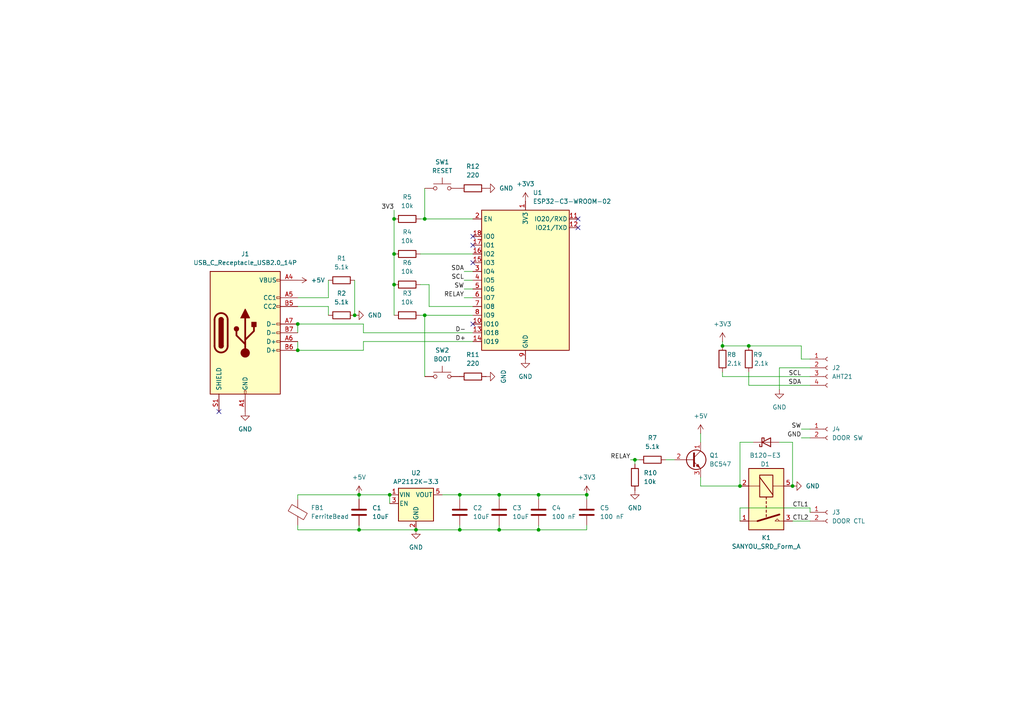
<source format=kicad_sch>
(kicad_sch (version 20250114) (generator "eeschema") (generator_version "9.0")
  (paper "A4")
  (title_block (title "Garagesp") (company "nine"))
  (lib_symbols
    (symbol "Connector:Conn_01x02_Socket" (pin_names (offset 1.016) (hide yes))
      (property "Reference" "J" (at 0 2.54 0))
      (property "Value" "Conn_01x02_Socket" (at 0 -5.08 0))
      (symbol "Conn_01x02_Socket_1_1"
        (polyline (pts (xy -1.27 0) (xy -0.508 0)) (stroke (width 0.1524)))
        (polyline (pts (xy -1.27 -2.54) (xy -0.508 -2.54)) (stroke (width 0.1524)))
        (arc (start 0 -0.508) (mid -0.5058 0) (end 0 0.508) (stroke (width 0.1524)))
        (arc (start 0 -3.048) (mid -0.5058 -2.54) (end 0 -2.032) (stroke (width 0.1524)))
        (pin passive line (at -5.08 0 0) (length 3.81) (name "Pin_1") (number "1"))
        (pin passive line (at -5.08 -2.54 0) (length 3.81) (name "Pin_2") (number "2"))
      )
    )
    (symbol "Connector:Conn_01x04_Socket" (pin_names (offset 1.016) (hide yes))
      (property "Reference" "J" (at 0 5.08 0))
      (property "Value" "Conn_01x04_Socket" (at 0 -7.62 0))
      (symbol "Conn_01x04_Socket_1_1"
        (polyline (pts (xy -1.27 2.54) (xy -0.508 2.54)) (stroke (width 0.1524)))
        (polyline (pts (xy -1.27 0) (xy -0.508 0)) (stroke (width 0.1524)))
        (polyline (pts (xy -1.27 -2.54) (xy -0.508 -2.54)) (stroke (width 0.1524)))
        (polyline (pts (xy -1.27 -5.08) (xy -0.508 -5.08)) (stroke (width 0.1524)))
        (arc (start 0 2.032) (mid -0.5058 2.54) (end 0 3.048) (stroke (width 0.1524)))
        (arc (start 0 -0.508) (mid -0.5058 0) (end 0 0.508) (stroke (width 0.1524)))
        (arc (start 0 -3.048) (mid -0.5058 -2.54) (end 0 -2.032) (stroke (width 0.1524)))
        (arc (start 0 -5.588) (mid -0.5058 -5.08) (end 0 -4.572) (stroke (width 0.1524)))
        (pin passive line (at -5.08 2.54 0) (length 3.81) (name "Pin_1") (number "1"))
        (pin passive line (at -5.08 0 0) (length 3.81) (name "Pin_2") (number "2"))
        (pin passive line (at -5.08 -2.54 0) (length 3.81) (name "Pin_3") (number "3"))
        (pin passive line (at -5.08 -5.08 0) (length 3.81) (name "Pin_4") (number "4"))
      )
    )
    (symbol "Connector:USB_C_Receptacle_USB2.0_14P" (pin_names (offset 1.016))
      (property "Reference" "J" (at 0 22.225 0))
      (property "Value" "USB_C_Receptacle_USB2.0_14P" (at 0 19.685 0))
      (symbol "USB_C_Receptacle_USB2.0_14P_0_0"
        (rectangle (start -0.254 -17.78) (end 0.254 -16.764))
        (rectangle (start 10.16 15.494) (end 9.144 14.986))
        (rectangle (start 10.16 10.414) (end 9.144 9.906))
        (rectangle (start 10.16 7.874) (end 9.144 7.366))
        (rectangle (start 10.16 2.794) (end 9.144 2.286))
        (rectangle (start 10.16 0.254) (end 9.144 -0.254))
        (rectangle (start 10.16 -2.286) (end 9.144 -2.794))
        (rectangle (start 10.16 -4.826) (end 9.144 -5.334))
      )
      (symbol "USB_C_Receptacle_USB2.0_14P_0_1"
        (rectangle (start -10.16 17.78) (end 10.16 -17.78) (stroke (width 0.254)) (fill (type background)))
        (polyline (pts (xy -8.89 -3.81) (xy -8.89 3.81)) (stroke (width 0.508)))
        (rectangle (start -7.62 -3.81) (end -6.35 3.81) (stroke (width 0.254)) (fill (type outline)))
        (arc (start -7.62 3.81) (mid -6.985 4.4423) (end -6.35 3.81) (stroke (width 0.254)))
        (arc (start -7.62 3.81) (mid -6.985 4.4423) (end -6.35 3.81) (stroke (width 0.254)) (fill (type outline)))
        (arc (start -8.89 3.81) (mid -6.985 5.7067) (end -5.08 3.81) (stroke (width 0.508)))
        (arc (start -5.08 -3.81) (mid -6.985 -5.7067) (end -8.89 -3.81) (stroke (width 0.508)))
        (arc (start -6.35 -3.81) (mid -6.985 -4.4423) (end -7.62 -3.81) (stroke (width 0.254)))
        (arc (start -6.35 -3.81) (mid -6.985 -4.4423) (end -7.62 -3.81) (stroke (width 0.254)) (fill (type outline)))
        (polyline (pts (xy -5.08 3.81) (xy -5.08 -3.81)) (stroke (width 0.508)))
        (circle (center -2.54 1.143) (radius 0.635) (stroke (width 0.254)) (fill (type outline)))
        (polyline (pts (xy -1.27 4.318) (xy 0 6.858) (xy 1.27 4.318) (xy -1.27 4.318)) (stroke (width 0.254)) (fill (type outline)))
        (polyline (pts (xy 0 -2.032) (xy 2.54 0.508) (xy 2.54 1.778)) (stroke (width 0.508)))
        (polyline (pts (xy 0 -3.302) (xy -2.54 -0.762) (xy -2.54 0.508)) (stroke (width 0.508)))
        (polyline (pts (xy 0 -5.842) (xy 0 4.318)) (stroke (width 0.508)))
        (circle (center 0 -5.842) (radius 1.27) (fill (type outline)))
        (rectangle (start 1.905 1.778) (end 3.175 3.048) (stroke (width 0.254)) (fill (type outline)))
      )
      (symbol "USB_C_Receptacle_USB2.0_14P_1_1"
        (pin passive line (at -7.62 -22.86 90) (length 5.08) (name "SHIELD") (number "S1"))
        (pin passive line (at 0 -22.86 90) (length 5.08) (name "GND") (number "A1"))
        (pin passive line (at 0 -22.86 90) (length 5.08) (hide yes) (name "GND") (number "A12"))
        (pin passive line (at 0 -22.86 90) (length 5.08) (hide yes) (name "GND") (number "B1"))
        (pin passive line (at 0 -22.86 90) (length 5.08) (hide yes) (name "GND") (number "B12"))
        (pin passive line (at 15.24 15.24 180) (length 5.08) (name "VBUS") (number "A4"))
        (pin passive line (at 15.24 15.24 180) (length 5.08) (hide yes) (name "VBUS") (number "A9"))
        (pin passive line (at 15.24 15.24 180) (length 5.08) (hide yes) (name "VBUS") (number "B4"))
        (pin passive line (at 15.24 15.24 180) (length 5.08) (hide yes) (name "VBUS") (number "B9"))
        (pin bidirectional line (at 15.24 10.16 180) (length 5.08) (name "CC1") (number "A5"))
        (pin bidirectional line (at 15.24 7.62 180) (length 5.08) (name "CC2") (number "B5"))
        (pin bidirectional line (at 15.24 2.54 180) (length 5.08) (name "D-") (number "A7"))
        (pin bidirectional line (at 15.24 0 180) (length 5.08) (name "D-") (number "B7"))
        (pin bidirectional line (at 15.24 -2.54 180) (length 5.08) (name "D+") (number "A6"))
        (pin bidirectional line (at 15.24 -5.08 180) (length 5.08) (name "D+") (number "B6"))
      )
    )
    (symbol "Device:C" (pin_numbers (hide yes)) (pin_names (offset 0.254))
      (property "Reference" "C" (at 0.635 2.54 0))
      (property "Value" "C" (at 0.635 -2.54 0))
      (symbol "C_0_1"
        (polyline (pts (xy -2.032 0.762) (xy 2.032 0.762)) (stroke (width 0.508)))
        (polyline (pts (xy -2.032 -0.762) (xy 2.032 -0.762)) (stroke (width 0.508)))
      )
      (symbol "C_1_1"
        (pin passive line (at 0 3.81 270) (length 2.794) (name "~") (number "1"))
        (pin passive line (at 0 -3.81 90) (length 2.794) (name "~") (number "2"))
      )
    )
    (symbol "Device:FerriteBead" (pin_numbers (hide yes)) (pin_names (offset 0))
      (property "Reference" "FB" (at -3.81 0.635 90))
      (property "Value" "FerriteBead" (at 3.81 0 90))
      (symbol "FerriteBead_0_1"
        (polyline (pts (xy -2.7686 0.4064) (xy -1.7018 2.2606) (xy 2.7686 -0.3048) (xy 1.6764 -2.159) (xy -2.7686 0.4064)))
        (polyline (pts (xy 0 1.27) (xy 0 1.2954)))
        (polyline (pts (xy 0 -1.27) (xy 0 -1.2192)))
      )
      (symbol "FerriteBead_1_1"
        (pin passive line (at 0 3.81 270) (length 2.54) (name "~") (number "1"))
        (pin passive line (at 0 -3.81 90) (length 2.54) (name "~") (number "2"))
      )
    )
    (symbol "Device:R" (pin_numbers (hide yes)) (pin_names (offset 0))
      (property "Reference" "R" (at 2.032 0 90))
      (property "Value" "R" (at 0 0 90))
      (symbol "R_0_1"
        (rectangle (start -1.016 -2.54) (end 1.016 2.54) (stroke (width 0.254)))
      )
      (symbol "R_1_1"
        (pin passive line (at 0 3.81 270) (length 1.27) (name "~") (number "1"))
        (pin passive line (at 0 -3.81 90) (length 1.27) (name "~") (number "2"))
      )
    )
    (symbol "Diode:B120-E3" (pin_numbers (hide yes)) (pin_names (hide yes))
      (property "Reference" "D" (at 0 2.54 0))
      (property "Value" "B120-E3" (at 0 -2.54 0))
      (symbol "B120-E3_0_1"
        (polyline (pts (xy -1.905 0.635) (xy -1.905 1.27) (xy -1.27 1.27) (xy -1.27 -1.27) (xy -0.635 -1.27) (xy -0.635 -0.635)) (stroke (width 0.254)))
        (polyline (pts (xy 1.27 1.27) (xy 1.27 -1.27) (xy -1.27 0) (xy 1.27 1.27)) (stroke (width 0.254)))
        (polyline (pts (xy 1.27 0) (xy -1.27 0)))
      )
      (symbol "B120-E3_1_1"
        (pin passive line (at -3.81 0 0) (length 2.54) (name "K") (number "1"))
        (pin passive line (at 3.81 0 180) (length 2.54) (name "A") (number "2"))
      )
    )
    (symbol "RF_Module:ESP32-C3-WROOM-02"
      (property "Reference" "U" (at -12.192 21.336 0))
      (property "Value" "ESP32-C3-WROOM-02" (at 12.192 21.336 0))
      (symbol "ESP32-C3-WROOM-02_1_1"
        (rectangle (start -12.7 20.32) (end 12.7 -20.32) (stroke (width 0.254)) (fill (type background)))
        (pin input line (at -15.24 17.78 0) (length 2.54) (name "EN") (number "2"))
        (pin bidirectional line (at -15.24 12.7 0) (length 2.54) (name "IO0") (number "18"))
        (pin bidirectional line (at -15.24 10.16 0) (length 2.54) (name "IO1") (number "17"))
        (pin bidirectional line (at -15.24 7.62 0) (length 2.54) (name "IO2") (number "16"))
        (pin bidirectional line (at -15.24 5.08 0) (length 2.54) (name "IO3") (number "15"))
        (pin bidirectional line (at -15.24 2.54 0) (length 2.54) (name "IO4") (number "3"))
        (pin bidirectional line (at -15.24 0 0) (length 2.54) (name "IO5") (number "4"))
        (pin bidirectional line (at -15.24 -2.54 0) (length 2.54) (name "IO6") (number "5"))
        (pin bidirectional line (at -15.24 -5.08 0) (length 2.54) (name "IO7") (number "6"))
        (pin bidirectional line (at -15.24 -7.62 0) (length 2.54) (name "IO8") (number "7"))
        (pin bidirectional line (at -15.24 -10.16 0) (length 2.54) (name "IO9") (number "8"))
        (pin bidirectional line (at -15.24 -12.7 0) (length 2.54) (name "IO10") (number "10"))
        (pin bidirectional line (at -15.24 -15.24 0) (length 2.54) (name "IO18") (number "13"))
        (pin bidirectional line (at -15.24 -17.78 0) (length 2.54) (name "IO19") (number "14"))
        (pin power_in line (at 0 22.86 270) (length 2.54) (name "3V3") (number "1"))
        (pin passive line (at 0 -22.86 90) (length 2.54) (hide yes) (name "GND") (number "19"))
        (pin power_in line (at 0 -22.86 90) (length 2.54) (name "GND") (number "9"))
        (pin bidirectional line (at 15.24 17.78 180) (length 2.54) (name "IO20/RXD") (number "11"))
        (pin bidirectional line (at 15.24 15.24 180) (length 2.54) (name "IO21/TXD") (number "12"))
      )
    )
    (symbol "Regulator_Linear:AP2112K-3.3" (pin_names (offset 0.254))
      (property "Reference" "U" (at -5.08 5.715 0))
      (property "Value" "AP2112K-3.3" (at 0 5.715 0))
      (symbol "AP2112K-3.3_0_1"
        (rectangle (start -5.08 4.445) (end 5.08 -5.08) (stroke (width 0.254)) (fill (type background)))
      )
      (symbol "AP2112K-3.3_1_1"
        (pin power_in line (at -7.62 2.54 0) (length 2.54) (name "VIN") (number "1"))
        (pin input line (at -7.62 0 0) (length 2.54) (name "EN") (number "3"))
        (pin power_in line (at 0 -7.62 90) (length 2.54) (name "GND") (number "2"))
        (pin no_connect line (at 5.08 0 180) (length 2.54) (hide yes) (name "NC") (number "4"))
        (pin power_out line (at 7.62 2.54 180) (length 2.54) (name "VOUT") (number "5"))
      )
    )
    (symbol "Relay:SANYOU_SRD_Form_A"
      (property "Reference" "K" (at 8.89 3.81 0))
      (property "Value" "SANYOU_SRD_Form_A" (at 8.89 1.27 0))
      (symbol "SANYOU_SRD_Form_A_0_0"
        (polyline (pts (xy 5.08 5.08) (xy 5.08 2.54) (xy 4.445 3.175) (xy 5.08 3.81)))
      )
      (symbol "SANYOU_SRD_Form_A_0_1"
        (rectangle (start -10.16 5.08) (end 7.62 -5.08) (stroke (width 0.254)) (fill (type background)))
        (rectangle (start -8.255 1.905) (end -1.905 -1.905) (stroke (width 0.254)))
        (polyline (pts (xy -7.62 -1.905) (xy -2.54 1.905)) (stroke (width 0.254)))
        (polyline (pts (xy -5.08 5.08) (xy -5.08 1.905)))
        (polyline (pts (xy -5.08 -5.08) (xy -5.08 -1.905)))
        (polyline (pts (xy -1.905 0) (xy -1.27 0)) (stroke (width 0.254)))
        (polyline (pts (xy -0.635 0) (xy 0 0)) (stroke (width 0.254)))
        (polyline (pts (xy 0.635 0) (xy 1.27 0)) (stroke (width 0.254)))
        (polyline (pts (xy 1.905 0) (xy 2.54 0)) (stroke (width 0.254)))
        (polyline (pts (xy 3.175 0) (xy 3.81 0)) (stroke (width 0.254)))
        (polyline (pts (xy 5.08 -2.54) (xy 3.175 3.81)) (stroke (width 0.508)))
        (polyline (pts (xy 5.08 -2.54) (xy 5.08 -5.08)))
      )
      (symbol "SANYOU_SRD_Form_A_1_1"
        (pin passive line (at -5.08 7.62 270) (length 2.54) (name "~") (number "5"))
        (pin passive line (at -5.08 -7.62 90) (length 2.54) (name "~") (number "2"))
        (pin passive line (at 5.08 7.62 270) (length 2.54) (name "~") (number "3"))
        (pin passive line (at 5.08 -7.62 90) (length 2.54) (name "~") (number "1"))
      )
    )
    (symbol "Switch:SW_Push" (pin_numbers (hide yes)) (pin_names (offset 1.016) (hide yes))
      (property "Reference" "SW" (at 1.27 2.54 0))
      (property "Value" "SW_Push" (at 0 -1.524 0))
      (symbol "SW_Push_0_1"
        (circle (center -2.032 0) (radius 0.508))
        (polyline (pts (xy 0 1.27) (xy 0 3.048)))
        (circle (center 2.032 0) (radius 0.508))
        (polyline (pts (xy 2.54 1.27) (xy -2.54 1.27)))
        (pin passive line (at -5.08 0 0) (length 2.54) (name "1") (number "1"))
        (pin passive line (at 5.08 0 180) (length 2.54) (name "2") (number "2"))
      )
    )
    (symbol "Transistor_BJT:BC547" (pin_names (offset 0) (hide yes))
      (property "Reference" "Q" (at 5.08 1.905 0))
      (property "Value" "BC547" (at 5.08 0 0))
      (symbol "BC547_0_1"
        (polyline (pts (xy -2.54 0) (xy 0.635 0)))
        (polyline (pts (xy 0.635 1.905) (xy 0.635 -1.905)) (stroke (width 0.508)))
        (circle (center 1.27 0) (radius 2.8194) (stroke (width 0.254)))
      )
      (symbol "BC547_1_1"
        (polyline (pts (xy 0.635 0.635) (xy 2.54 2.54)))
        (polyline (pts (xy 0.635 -0.635) (xy 2.54 -2.54)))
        (polyline (pts (xy 1.27 -1.778) (xy 1.778 -1.27) (xy 2.286 -2.286) (xy 1.27 -1.778)) (fill (type outline)))
        (pin input line (at -5.08 0 0) (length 2.54) (name "B") (number "2"))
        (pin passive line (at 2.54 5.08 270) (length 2.54) (name "C") (number "1"))
        (pin passive line (at 2.54 -5.08 90) (length 2.54) (name "E") (number "3"))
      )
    )
    (symbol "power:+3V3" (power) (pin_numbers (hide yes)) (pin_names (offset 0) (hide yes))
      (property "Value" "+3V3" (at 0 3.556 0))
      (symbol "+3V3_0_1"
        (polyline (pts (xy -0.762 1.27) (xy 0 2.54)))
        (polyline (pts (xy 0 2.54) (xy 0.762 1.27)))
        (polyline (pts (xy 0 0) (xy 0 2.54)))
      )
      (symbol "+3V3_1_1"
        (pin power_in line (at 0 0 90) (length 0) (name "~") (number "1"))
      )
    )
    (symbol "power:+5V" (power) (pin_numbers (hide yes)) (pin_names (offset 0) (hide yes))
      (property "Value" "+5V" (at 0 3.556 0))
      (symbol "+5V_0_1"
        (polyline (pts (xy -0.762 1.27) (xy 0 2.54)))
        (polyline (pts (xy 0 2.54) (xy 0.762 1.27)))
        (polyline (pts (xy 0 0) (xy 0 2.54)))
      )
      (symbol "+5V_1_1"
        (pin power_in line (at 0 0 90) (length 0) (name "~") (number "1"))
      )
    )
    (symbol "power:GND" (power) (pin_numbers (hide yes)) (pin_names (offset 0) (hide yes))
      (property "Value" "GND" (at 0 -3.81 0))
      (symbol "GND_0_1"
        (polyline (pts (xy 0 0) (xy 0 -1.27) (xy 1.27 -1.27) (xy 0 -2.54) (xy -1.27 -1.27) (xy 0 -1.27)))
      )
      (symbol "GND_1_1"
        (pin power_in line (at 0 0 270) (length 0) (name "~") (number "1"))
      )
    )
  )
  (junction (at 133.35 153.67))
  (junction (at 170.18 143.51))
  (junction (at 156.21 143.51))
  (junction (at 104.14 143.51))
  (junction (at 123.19 63.5))
  (junction (at 114.3 63.5))
  (junction (at 217.17 100.33))
  (junction (at 144.78 153.67))
  (junction (at 133.35 143.51))
  (junction (at 209.55 100.33))
  (junction (at 104.14 153.67))
  (junction (at 184.15 133.35))
  (junction (at 144.78 143.51))
  (junction (at 156.21 153.67))
  (junction (at 102.87 91.44))
  (junction (at 214.63 140.97))
  (junction (at 123.19 91.44))
  (junction (at 86.36 101.6))
  (junction (at 114.3 73.66))
  (junction (at 113.03 143.51))
  (junction (at 120.65 153.67))
  (junction (at 114.3 82.55))
  (junction (at 229.87 140.97))
  (junction (at 86.36 93.98))
  (no_connect (at 167.64 66.04))
  (no_connect (at 63.5 119.38))
  (no_connect (at 137.16 71.12))
  (no_connect (at 137.16 76.2))
  (no_connect (at 137.16 68.58))
  (no_connect (at 137.16 93.98))
  (no_connect (at 167.64 63.5))
  (wire (pts (xy 121.92 63.5) (xy 123.19 63.5)))
  (wire (pts (xy 114.3 60.96) (xy 114.3 63.5)))
  (wire (pts (xy 105.41 93.98) (xy 105.41 96.52)))
  (wire (pts (xy 86.36 153.67) (xy 104.14 153.67)))
  (wire (pts (xy 105.41 99.06) (xy 137.16 99.06)))
  (wire (pts (xy 218.44 128.27) (xy 214.63 128.27)))
  (wire (pts (xy 170.18 143.51) (xy 170.18 144.78)))
  (wire (pts (xy 184.15 133.35) (xy 185.42 133.35)))
  (wire (pts (xy 214.63 147.32) (xy 234.95 147.32)))
  (wire (pts (xy 114.3 82.55) (xy 114.3 91.44)))
  (wire (pts (xy 121.92 91.44) (xy 123.19 91.44)))
  (wire (pts (xy 133.35 144.78) (xy 133.35 143.51)))
  (wire (pts (xy 134.62 78.74) (xy 137.16 78.74)))
  (wire (pts (xy 184.15 134.62) (xy 184.15 133.35)))
  (wire (pts (xy 104.14 143.51) (xy 113.03 143.51)))
  (wire (pts (xy 209.55 99.06) (xy 209.55 100.33)))
  (wire (pts (xy 232.41 104.14) (xy 232.41 100.33)))
  (wire (pts (xy 114.3 63.5) (xy 114.3 73.66)))
  (wire (pts (xy 144.78 152.4) (xy 144.78 153.67)))
  (wire (pts (xy 133.35 153.67) (xy 120.65 153.67)))
  (wire (pts (xy 144.78 153.67) (xy 156.21 153.67)))
  (wire (pts (xy 232.41 124.46) (xy 234.95 124.46)))
  (wire (pts (xy 203.2 125.73) (xy 203.2 128.27)))
  (wire (pts (xy 134.62 83.82) (xy 137.16 83.82)))
  (wire (pts (xy 113.03 143.51) (xy 113.03 146.05)))
  (wire (pts (xy 214.63 128.27) (xy 214.63 140.97)))
  (wire (pts (xy 95.25 86.36) (xy 95.25 81.28)))
  (wire (pts (xy 86.36 93.98) (xy 86.36 96.52)))
  (wire (pts (xy 123.19 54.61) (xy 123.19 63.5)))
  (wire (pts (xy 156.21 153.67) (xy 170.18 153.67)))
  (wire (pts (xy 86.36 86.36) (xy 95.25 86.36)))
  (wire (pts (xy 156.21 152.4) (xy 156.21 153.67)))
  (wire (pts (xy 232.41 104.14) (xy 234.95 104.14)))
  (wire (pts (xy 229.87 151.13) (xy 234.95 151.13)))
  (wire (pts (xy 86.36 143.51) (xy 86.36 144.78)))
  (wire (pts (xy 114.3 73.66) (xy 114.3 82.55)))
  (wire (pts (xy 214.63 147.32) (xy 214.63 151.13)))
  (wire (pts (xy 86.36 93.98) (xy 105.41 93.98)))
  (wire (pts (xy 144.78 143.51) (xy 156.21 143.51)))
  (wire (pts (xy 86.36 101.6) (xy 105.41 101.6)))
  (wire (pts (xy 104.14 152.4) (xy 104.14 153.67)))
  (wire (pts (xy 229.87 128.27) (xy 229.87 140.97)))
  (wire (pts (xy 105.41 96.52) (xy 137.16 96.52)))
  (wire (pts (xy 226.06 128.27) (xy 229.87 128.27)))
  (wire (pts (xy 133.35 143.51) (xy 128.27 143.51)))
  (wire (pts (xy 217.17 100.33) (xy 209.55 100.33)))
  (wire (pts (xy 232.41 127) (xy 234.95 127)))
  (wire (pts (xy 226.06 113.03) (xy 226.06 106.68)))
  (wire (pts (xy 123.19 91.44) (xy 123.19 109.22)))
  (wire (pts (xy 217.17 107.95) (xy 217.17 111.76)))
  (wire (pts (xy 144.78 143.51) (xy 144.78 144.78)))
  (wire (pts (xy 156.21 143.51) (xy 156.21 144.78)))
  (wire (pts (xy 133.35 152.4) (xy 133.35 153.67)))
  (wire (pts (xy 217.17 111.76) (xy 234.95 111.76)))
  (wire (pts (xy 123.19 63.5) (xy 137.16 63.5)))
  (wire (pts (xy 156.21 143.51) (xy 170.18 143.51)))
  (wire (pts (xy 104.14 143.51) (xy 86.36 143.51)))
  (wire (pts (xy 232.41 100.33) (xy 217.17 100.33)))
  (wire (pts (xy 144.78 143.51) (xy 133.35 143.51)))
  (wire (pts (xy 234.95 148.59) (xy 234.95 147.32)))
  (wire (pts (xy 86.36 88.9) (xy 95.25 88.9)))
  (wire (pts (xy 124.46 88.9) (xy 137.16 88.9)))
  (wire (pts (xy 193.04 133.35) (xy 195.58 133.35)))
  (wire (pts (xy 102.87 81.28) (xy 102.87 91.44)))
  (wire (pts (xy 121.92 73.66) (xy 137.16 73.66)))
  (wire (pts (xy 124.46 88.9) (xy 124.46 82.55)))
  (wire (pts (xy 95.25 88.9) (xy 95.25 91.44)))
  (wire (pts (xy 105.41 101.6) (xy 105.41 99.06)))
  (wire (pts (xy 170.18 152.4) (xy 170.18 153.67)))
  (wire (pts (xy 123.19 91.44) (xy 137.16 91.44)))
  (wire (pts (xy 203.2 138.43) (xy 203.2 140.97)))
  (wire (pts (xy 182.88 133.35) (xy 184.15 133.35)))
  (wire (pts (xy 134.62 81.28) (xy 137.16 81.28)))
  (wire (pts (xy 104.14 153.67) (xy 120.65 153.67)))
  (wire (pts (xy 209.55 109.22) (xy 234.95 109.22)))
  (wire (pts (xy 86.36 99.06) (xy 86.36 101.6)))
  (wire (pts (xy 144.78 153.67) (xy 133.35 153.67)))
  (wire (pts (xy 124.46 82.55) (xy 121.92 82.55)))
  (wire (pts (xy 209.55 109.22) (xy 209.55 107.95)))
  (wire (pts (xy 104.14 144.78) (xy 104.14 143.51)))
  (wire (pts (xy 134.62 86.36) (xy 137.16 86.36)))
  (wire (pts (xy 226.06 106.68) (xy 234.95 106.68)))
  (wire (pts (xy 86.36 152.4) (xy 86.36 153.67)))
  (wire (pts (xy 203.2 140.97) (xy 214.63 140.97)))
  (label "3V3" (at 114.3 60.96 180))
  (label "SDA" (at 232.41 111.76 180))
  (label "D-" (at 132.08 96.52 0))
  (label "SCL" (at 232.41 109.22 180))
  (label "SCL" (at 134.62 81.28 180))
  (label "RELAY" (at 182.88 133.35 180))
  (label "SW" (at 134.62 83.82 180))
  (label "RELAY" (at 134.62 86.36 180))
  (label "SW" (at 232.41 124.46 180))
  (label "GND" (at 232.41 127 180))
  (label "D+" (at 132.08 99.06 0))
  (label "SDA" (at 134.62 78.74 180))
  (label "CTL1" (at 229.87 147.32 0))
  (label "CTL2" (at 229.87 151.13 0))
  (symbol (lib_id "Device:R") (at 209.55 104.14 180) (unit 1)
    (property "Reference" "R8" (at 210.82 102.87 0) (effects (justify right)))
    (property "Value" "2.1k" (at 210.82 105.41 0) (effects (justify right)))
    (property "Footprint" "Resistor_SMD:R_0805_2012Metric_Pad1.20x1.40mm_HandSolder" (effects (hide yes)))
    (property "Description" "Resistor" (effects (hide yes)))
    (property "LCSC" " C17517 " (effects (hide yes)))
  )
  (symbol (lib_id "Connector:Conn_01x02_Socket") (at 240.03 124.46 0) (unit 1)
    (property "Reference" "J4" (at 241.3 124.4599 0) (effects (justify left)))
    (property "Value" "DOOR SW" (at 241.3 126.9999 0) (effects (justify left)))
    (property "Footprint" "Connector_Molex:Molex_Micro-Fit_3.0_43650-0200_1x02_P3.00mm_Horizontal" (effects (hide yes)))
    (property "Description" "Generic connector, single row, 01x02, script generated" (effects (hide yes)))
    (property "LCSC" "C192562" (effects (hide yes)))
  )
  (symbol (lib_id "Device:R") (at 189.23 133.35 90) (unit 1)
    (property "Reference" "R7" (at 189.23 127 90))
    (property "Value" "5.1k" (at 189.23 129.54 90))
    (property "Footprint" "Resistor_SMD:R_0805_2012Metric_Pad1.20x1.40mm_HandSolder" (effects (hide yes)))
    (property "Description" "Resistor" (effects (hide yes)))
    (property "LCSC" "C27834" (effects (hide yes)))
  )
  (symbol (lib_id "power:+3V3") (at 209.55 99.06 0) (unit 1)
    (property "Reference" "#PWR011" (effects (hide yes)))
    (property "Value" "+3V3" (at 209.55 93.98 0))
    (property "Description" "Power symbol creates a global label with name \"+3V3\"" (effects (hide yes)))
  )
  (symbol (lib_id "power:+3V3") (at 152.4 58.42 0) (unit 1)
    (property "Reference" "#PWR09" (effects (hide yes)))
    (property "Value" "+3V3" (at 152.4 53.34 0))
    (property "Description" "Power symbol creates a global label with name \"+3V3\"" (effects (hide yes)))
  )
  (symbol (lib_id "Device:C") (at 104.14 148.59 0) (unit 1)
    (property "Reference" "C1" (at 107.95 147.3199 0) (effects (justify left)))
    (property "Value" "10uF" (at 107.95 149.8599 0) (effects (justify left)))
    (property "Footprint" "Capacitor_SMD:C_0805_2012Metric_Pad1.18x1.45mm_HandSolder" (effects (hide yes)))
    (property "Description" "Unpolarized capacitor" (effects (hide yes)))
    (property "LCSC" "C15850" (effects (hide yes)))
  )
  (symbol (lib_id "power:GND") (at 71.12 119.38 0) (unit 1)
    (property "Reference" "#PWR015" (effects (hide yes)))
    (property "Value" "GND" (at 71.12 124.46 0))
    (property "Description" "Power symbol creates a global label with name \"GND\" , ground" (effects (hide yes)))
  )
  (symbol (lib_id "Device:R") (at 137.16 54.61 90) (unit 1)
    (property "Reference" "R12" (at 137.16 48.26 90))
    (property "Value" "220" (at 137.16 50.8 90))
    (property "Footprint" "Resistor_SMD:R_0805_2012Metric_Pad1.20x1.40mm_HandSolder" (effects (hide yes)))
    (property "Description" "Resistor" (effects (hide yes)))
    (property "LCSC" "C17557" (effects (hide yes)))
  )
  (symbol (lib_id "Device:R") (at 99.06 91.44 90) (unit 1)
    (property "Reference" "R2" (at 99.06 85.09 90))
    (property "Value" "5.1k" (at 99.06 87.63 90))
    (property "Footprint" "Resistor_SMD:R_0805_2012Metric_Pad1.20x1.40mm_HandSolder" (effects (hide yes)))
    (property "Description" "Resistor" (effects (hide yes)))
    (property "LCSC" "C27834" (effects (hide yes)))
  )
  (symbol (lib_id "power:GND") (at 140.97 109.22 90) (unit 1)
    (property "Reference" "#PWR05" (effects (hide yes)))
    (property "Value" "GND" (at 146.05 109.22 0))
    (property "Description" "Power symbol creates a global label with name \"GND\" , ground" (effects (hide yes)))
  )
  (symbol (lib_id "Transistor_BJT:BC547") (at 200.66 133.35 0) (unit 1)
    (property "Reference" "Q1" (at 205.74 132.0799 0) (effects (justify left)))
    (property "Value" "BC547" (at 205.74 134.6199 0) (effects (justify left)))
    (property "Footprint" "Package_TO_SOT_THT:TO-92_Inline" (effects (hide yes)))
    (property "Datasheet" "https://www.onsemi.com/pub/Collateral/BC550-D.pdf" (effects (hide yes)))
    (property "Description" "0.1A Ic, 45V Vce, Small Signal NPN Transistor, TO-92" (effects (hide yes)))
    (property "Sim.Device" "NPN" (effects (hide yes)))
    (property "Sim.Pins" "1=C 2=B 3=E" (effects (hide yes)))
    (property "LCSC" "C47089404" (effects (hide yes)))
  )
  (symbol (lib_id "Device:C") (at 133.35 148.59 0) (unit 1)
    (property "Reference" "C2" (at 137.16 147.3199 0) (effects (justify left)))
    (property "Value" "10uF" (at 137.16 149.8599 0) (effects (justify left)))
    (property "Footprint" "Capacitor_SMD:C_0805_2012Metric_Pad1.18x1.45mm_HandSolder" (effects (hide yes)))
    (property "Description" "Unpolarized capacitor" (effects (hide yes)))
    (property "LCSC" "C15850" (effects (hide yes)))
  )
  (symbol (lib_id "power:GND") (at 140.97 54.61 90) (unit 1)
    (property "Reference" "#PWR04" (effects (hide yes)))
    (property "Value" "GND" (at 144.78 54.6099 90) (effects (justify right)))
    (property "Description" "Power symbol creates a global label with name \"GND\" , ground" (effects (hide yes)))
  )
  (symbol (lib_id "power:GND") (at 184.15 142.24 0) (unit 1)
    (property "Reference" "#PWR014" (effects (hide yes)))
    (property "Value" "GND" (at 184.15 147.32 0))
    (property "Description" "Power symbol creates a global label with name \"GND\" , ground" (effects (hide yes)))
  )
  (symbol (lib_id "power:+3V3") (at 170.18 143.51 0) (unit 1)
    (property "Reference" "#PWR08" (effects (hide yes)))
    (property "Value" "+3V3" (at 170.18 138.43 0))
    (property "Description" "Power symbol creates a global label with name \"+3V3\"" (effects (hide yes)))
  )
  (symbol (lib_id "Connector:Conn_01x02_Socket") (at 240.03 148.59 0) (unit 1)
    (property "Reference" "J3" (at 241.3 148.5899 0) (effects (justify left)))
    (property "Value" "DOOR CTL" (at 241.3 151.1299 0) (effects (justify left)))
    (property "Footprint" "Connector_Molex:Molex_Micro-Fit_3.0_43650-0200_1x02_P3.00mm_Horizontal" (effects (hide yes)))
    (property "Description" "Generic connector, single row, 01x02, script generated" (effects (hide yes)))
    (property "LCSC" "C192562" (effects (hide yes)))
  )
  (symbol (lib_id "Device:C") (at 144.78 148.59 0) (unit 1)
    (property "Reference" "C3" (at 148.59 147.3199 0) (effects (justify left)))
    (property "Value" "10uF" (at 148.59 149.8599 0) (effects (justify left)))
    (property "Footprint" "Capacitor_SMD:C_0805_2012Metric_Pad1.18x1.45mm_HandSolder" (effects (hide yes)))
    (property "Description" "Unpolarized capacitor" (effects (hide yes)))
    (property "LCSC" "C15850" (effects (hide yes)))
  )
  (symbol (lib_id "Connector:Conn_01x04_Socket") (at 240.03 106.68 0) (unit 1)
    (property "Reference" "J2" (at 241.3 106.6799 0) (effects (justify left)))
    (property "Value" "AHT21" (at 241.3 109.2199 0) (effects (justify left)))
    (property "Footprint" "Connector_PinHeader_2.54mm:PinHeader_1x04_P2.54mm_Vertical" (effects (hide yes)))
    (property "Description" "Generic connector, single row, 01x04, script generated" (effects (hide yes)))
    (property "LCSC" "C52016392" (effects (hide yes)))
  )
  (symbol (lib_id "Device:C") (at 170.18 148.59 0) (unit 1)
    (property "Reference" "C5" (at 173.99 147.3199 0) (effects (justify left)))
    (property "Value" "100 nF" (at 173.99 149.8599 0) (effects (justify left)))
    (property "Footprint" "Capacitor_SMD:C_0805_2012Metric_Pad1.18x1.45mm_HandSolder" (effects (hide yes)))
    (property "Description" "Unpolarized capacitor" (effects (hide yes)))
    (property "LCSC" "C28233" (effects (hide yes)))
  )
  (symbol (lib_id "Connector:USB_C_Receptacle_USB2.0_14P") (at 71.12 96.52 0) (unit 1)
    (property "Reference" "J1" (at 71.12 73.66 0))
    (property "Value" "USB_C_Receptacle_USB2.0_14P" (at 71.12 76.2 0))
    (property "Footprint" "Connector_USB:USB_C_Receptacle_HCTL_HC-TYPE-C-16P-01A" (effects (hide yes)))
    (property "Datasheet" "https://www.usb.org/sites/default/files/documents/usb_type-c.zip" (effects (hide yes)))
    (property "Description" "USB 2.0-only 14P Type-C Receptacle connector" (effects (hide yes)))
    (property "LCSC" "C2894897" (effects (hide yes)))
  )
  (symbol (lib_id "power:+5V") (at 104.14 143.51 0) (unit 1)
    (property "Reference" "#PWR07" (effects (hide yes)))
    (property "Value" "+5V" (at 104.14 138.43 0))
    (property "Description" "Power symbol creates a global label with name \"+5V\"" (effects (hide yes)))
  )
  (symbol (lib_id "Device:R") (at 217.17 104.14 180) (unit 1)
    (property "Reference" "R9" (at 218.44 102.87 0) (effects (justify right)))
    (property "Value" "2.1k" (at 218.694 105.41 0) (effects (justify right)))
    (property "Footprint" "Resistor_SMD:R_0805_2012Metric_Pad1.20x1.40mm_HandSolder" (effects (hide yes)))
    (property "Description" "Resistor" (effects (hide yes)))
    (property "LCSC" " C17517 " (effects (hide yes)))
  )
  (symbol (lib_id "Diode:B120-E3") (at 222.25 128.27 0) (mirror x) (unit 1)
    (property "Reference" "D1" (at 221.9325 134.62 0))
    (property "Value" "B120-E3" (at 221.9325 132.08 0))
    (property "Footprint" "Diode_SMD:D_SMA" (effects (hide yes)))
    (property "Datasheet" "http://www.vishay.com/docs/88946/b120.pdf" (effects (hide yes)))
    (property "Description" "20V 1A Schottky Barrier Rectifier Diode, SMA(DO-214AC)" (effects (hide yes)))
    (property "LCSC" "C2902910" (effects (hide yes)))
  )
  (symbol (lib_id "power:GND") (at 229.87 140.97 90) (unit 1)
    (property "Reference" "#PWR012" (effects (hide yes)))
    (property "Value" "GND" (at 233.68 140.9699 90) (effects (justify right)))
    (property "Description" "Power symbol creates a global label with name \"GND\" , ground" (effects (hide yes)))
  )
  (symbol (lib_id "Device:R") (at 137.16 109.22 90) (unit 1)
    (property "Reference" "R11" (at 137.16 102.87 90))
    (property "Value" "220" (at 137.16 105.41 90))
    (property "Footprint" "Resistor_SMD:R_0805_2012Metric_Pad1.20x1.40mm_HandSolder" (effects (hide yes)))
    (property "Description" "Resistor" (effects (hide yes)))
    (property "LCSC" "C17557" (effects (hide yes)))
  )
  (symbol (lib_id "RF_Module:ESP32-C3-WROOM-02") (at 152.4 81.28 0) (unit 1)
    (property "Reference" "U1" (at 154.5433 55.88 0) (effects (justify left)))
    (property "Value" "ESP32-C3-WROOM-02" (at 154.5433 58.42 0) (effects (justify left)))
    (property "Footprint" "RF_Module:ESP32-C3-WROOM-02" (effects (hide yes)))
    (property "Datasheet" "https://www.espressif.com/sites/default/files/documentation/esp32-c3-wroom-02_datasheet_en.pdf" (effects (hide yes)))
    (property "Description" "802.11 b/g/n Wi­Fi and Bluetooth 5 module, ESP32­C3 SoC, RISC­V microprocessor, On-board antenna" (effects (hide yes)))
    (property "LCSC" "C2934560" (effects (hide yes)))
  )
  (symbol (lib_id "Relay:SANYOU_SRD_Form_A") (at 222.25 146.05 270) (unit 1)
    (property "Reference" "K1" (at 222.25 155.956 90))
    (property "Value" "SANYOU_SRD_Form_A" (at 222.25 158.496 90))
    (property "Footprint" "Relay_THT:Relay_SPST_SANYOU_SRD_Series_Form_A" (effects (hide yes)))
    (property "Datasheet" "http://www.sanyourelay.ca/public/products/pdf/SRD.pdf" (effects (hide yes)))
    (property "Description" "Sanyo SRD relay, Single Pole Miniature Power Relay, Closing Contact" (effects (hide yes)))
    (property "LCSC" "C140615" (effects (hide yes)))
  )
  (symbol (lib_id "Device:R") (at 118.11 91.44 90) (unit 1)
    (property "Reference" "R3" (at 118.11 85.09 90))
    (property "Value" "10k" (at 118.11 87.63 90))
    (property "Footprint" "Resistor_SMD:R_0805_2012Metric_Pad1.20x1.40mm_HandSolder" (effects (hide yes)))
    (property "Description" "Resistor" (effects (hide yes)))
    (property "LCSC" " C17414 " (effects (hide yes)))
  )
  (symbol (lib_id "Device:FerriteBead") (at 86.36 148.59 0) (unit 1)
    (property "Reference" "FB1" (at 90.17 147.2691 0) (effects (justify left)))
    (property "Value" "FerriteBead" (at 90.17 149.8091 0) (effects (justify left)))
    (property "Description" "Ferrite bead" (effects (hide yes)))
  )
  (symbol (lib_id "Device:R") (at 118.11 73.66 90) (unit 1)
    (property "Reference" "R4" (at 118.11 67.31 90))
    (property "Value" "10k" (at 118.11 69.85 90))
    (property "Footprint" "Resistor_SMD:R_0805_2012Metric_Pad1.20x1.40mm_HandSolder" (effects (hide yes)))
    (property "Description" "Resistor" (effects (hide yes)))
    (property "LCSC" " C17414 " (effects (hide yes)))
  )
  (symbol (lib_id "Device:R") (at 99.06 81.28 90) (unit 1)
    (property "Reference" "R1" (at 99.06 74.93 90))
    (property "Value" "5.1k" (at 99.06 77.47 90))
    (property "Footprint" "Resistor_SMD:R_0805_2012Metric_Pad1.20x1.40mm_HandSolder" (effects (hide yes)))
    (property "Description" "Resistor" (effects (hide yes)))
    (property "LCSC" "C27834" (effects (hide yes)))
  )
  (symbol (lib_id "power:GND") (at 226.06 113.03 0) (unit 1)
    (property "Reference" "#PWR013" (effects (hide yes)))
    (property "Value" "GND" (at 226.06 118.11 0))
    (property "Description" "Power symbol creates a global label with name \"GND\" , ground" (effects (hide yes)))
  )
  (symbol (lib_id "power:GND") (at 120.65 153.67 0) (unit 1)
    (property "Reference" "#PWR03" (effects (hide yes)))
    (property "Value" "GND" (at 120.65 158.75 0))
    (property "Description" "Power symbol creates a global label with name \"GND\" , ground" (effects (hide yes)))
  )
  (symbol (lib_id "Device:C") (at 156.21 148.59 0) (unit 1)
    (property "Reference" "C4" (at 160.02 147.3199 0) (effects (justify left)))
    (property "Value" "100 nF" (at 160.02 149.8599 0) (effects (justify left)))
    (property "Footprint" "Capacitor_SMD:C_0805_2012Metric_Pad1.18x1.45mm_HandSolder" (effects (hide yes)))
    (property "Description" "Unpolarized capacitor" (effects (hide yes)))
    (property "LCSC" "C28233" (effects (hide yes)))
  )
  (symbol (lib_id "Device:R") (at 184.15 138.43 180) (unit 1)
    (property "Reference" "R10" (at 186.69 137.1599 0) (effects (justify right)))
    (property "Value" "10k" (at 186.69 139.6999 0) (effects (justify right)))
    (property "Footprint" "Resistor_SMD:R_0805_2012Metric_Pad1.20x1.40mm_HandSolder" (effects (hide yes)))
    (property "Description" "Resistor" (effects (hide yes)))
    (property "LCSC" " C17414 " (effects (hide yes)))
  )
  (symbol (lib_id "Switch:SW_Push") (at 128.27 54.61 0) (unit 1)
    (property "Reference" "SW1" (at 128.27 46.99 0))
    (property "Value" "RESET" (at 128.27 49.53 0))
    (property "Footprint" "Button_Switch_SMD:SW_SPST_TS-1088-xR020" (effects (hide yes)))
    (property "Description" "Push button switch, generic, two pins" (effects (hide yes)))
    (property "LCSC" "C720477" (effects (hide yes)))
  )
  (symbol (lib_id "Device:R") (at 118.11 63.5 90) (unit 1)
    (property "Reference" "R5" (at 118.11 57.15 90))
    (property "Value" "10k" (at 118.11 59.69 90))
    (property "Footprint" "Resistor_SMD:R_0805_2012Metric_Pad1.20x1.40mm_HandSolder" (effects (hide yes)))
    (property "Description" "Resistor" (effects (hide yes)))
    (property "LCSC" " C17414 " (effects (hide yes)))
  )
  (symbol (lib_id "power:GND") (at 152.4 104.14 0) (unit 1)
    (property "Reference" "#PWR01" (effects (hide yes)))
    (property "Value" "GND" (at 152.4 109.22 0))
    (property "Description" "Power symbol creates a global label with name \"GND\" , ground" (effects (hide yes)))
  )
  (symbol (lib_id "power:+5V") (at 203.2 125.73 0) (unit 1)
    (property "Reference" "#PWR010" (effects (hide yes)))
    (property "Value" "+5V" (at 203.2 120.65 0))
    (property "Description" "Power symbol creates a global label with name \"+5V\"" (effects (hide yes)))
  )
  (symbol (lib_id "Device:R") (at 118.11 82.55 90) (unit 1)
    (property "Reference" "R6" (at 118.11 76.2 90))
    (property "Value" "10k" (at 118.11 78.74 90))
    (property "Footprint" "Resistor_SMD:R_0805_2012Metric_Pad1.20x1.40mm_HandSolder" (effects (hide yes)))
    (property "Description" "Resistor" (effects (hide yes)))
    (property "LCSC" " C17414 " (effects (hide yes)))
  )
  (symbol (lib_id "power:GND") (at 102.87 91.44 90) (unit 1)
    (property "Reference" "#PWR02" (effects (hide yes)))
    (property "Value" "GND" (at 106.68 91.4399 90) (effects (justify right)))
    (property "Description" "Power symbol creates a global label with name \"GND\" , ground" (effects (hide yes)))
  )
  (symbol (lib_id "Regulator_Linear:AP2112K-3.3") (at 120.65 146.05 0) (unit 1)
    (property "Reference" "U2" (at 120.65 137.16 0))
    (property "Value" "AP2112K-3.3" (at 120.65 139.7 0))
    (property "Footprint" "Package_TO_SOT_SMD:SOT-23-5" (effects (hide yes)))
    (property "Datasheet" "https://www.diodes.com/assets/Datasheets/AP2112.pdf" (effects (hide yes)))
    (property "Description" "600mA low dropout linear regulator, with enable pin, 3.8V-6V input voltage range, 3.3V fixed positive output, SOT-23-5" (effects (hide yes)))
    (property "LCSC" "C23380830" (effects (hide yes)))
  )
  (symbol (lib_id "power:+5V") (at 86.36 81.28 270) (unit 1)
    (property "Reference" "#PWR06" (effects (hide yes)))
    (property "Value" "+5V" (at 90.17 81.2799 90) (effects (justify left)))
    (property "Description" "Power symbol creates a global label with name \"+5V\"" (effects (hide yes)))
  )
  (symbol (lib_id "Switch:SW_Push") (at 128.27 109.22 0) (unit 1)
    (property "Reference" "SW2" (at 128.27 101.6 0))
    (property "Value" "BOOT" (at 128.27 104.14 0))
    (property "Footprint" "Button_Switch_SMD:SW_SPST_TS-1088-xR020" (effects (hide yes)))
    (property "Description" "Push button switch, generic, two pins" (effects (hide yes)))
    (property "LCSC" "C720477" (effects (hide yes)))
  )
)
</source>
